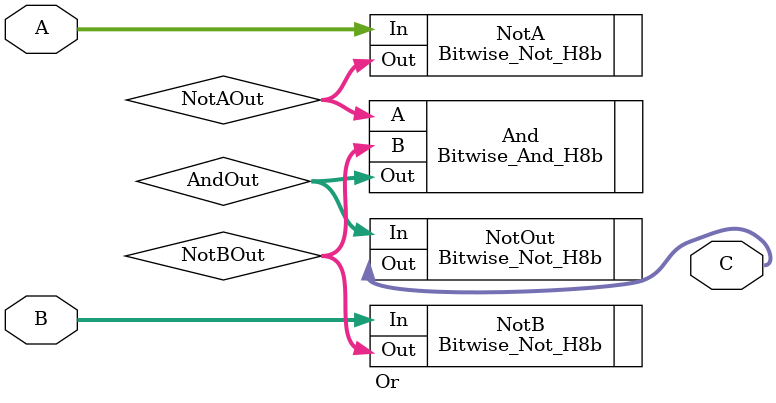
<source format=sv>
module Or #(
	parameter BitWidth = 8
)(
	input [BitWidth - 1: 0] A,
	input [BitWidth - 1: 0] B,
	output [BitWidth - 1: 0] C
);
	wire [BitWidth - 1 : 0] NotAOut;
	wire [BitWidth - 1 : 0] NotBOut;
	wire [BitWidth - 1 : 0] AndOut;

   	Bitwise_Not_H8b NotA (
		.In (A),
		.Out (NotAOut)
	);
   	Bitwise_Not_H8b NotB (
		.In (B),
		.Out (NotBOut)
	);
   	Bitwise_And_H8b And (
		.A (NotAOut),
		.B (NotBOut),
		.Out (AndOut)
	);
   	Bitwise_Not_H8b NotOut (
		.In (AndOut),
		.Out (C)
	);

endmodule : Or

</source>
